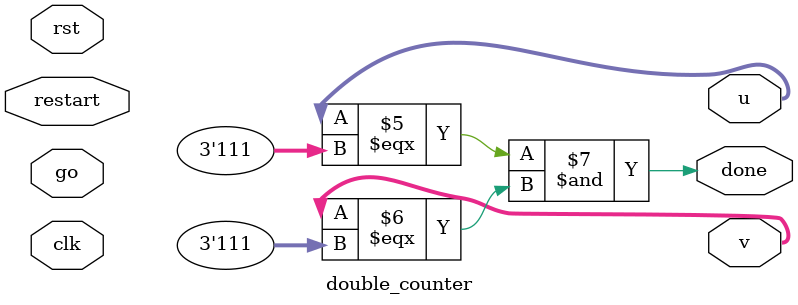
<source format=sv>
`include "ff.sv"

module double_counter (
    input wire clk,
    input wire rst,
    input wire restart,
    input wire go,

    output wire [2:0] u,
    output wire [2:0] v,
    output wire done
);

reg [2:0] u_r;
reg [2:0] v_r;

wire [2:0] next_u;
wire [2:0] next_v;

assign next_u = restart ? '0 : (u_r + 1);
assign next_v = restart ? '0 : (v_r + 1);
assign done = (u === 3'b111) & (v === 3'b111);

ffen u_ff (
    .clk(clk),
    .rst(rst),
    .en(go),
    .rst_val('0),
    .D(next_u),

    .Q(u_r)
);

ffen v_ff (
    .clk(clk),
    .rst(rst),
    .en(go),
    .rst_val('0),
    .D(next_v),

    .Q(v_r)
);

    
endmodule
</source>
